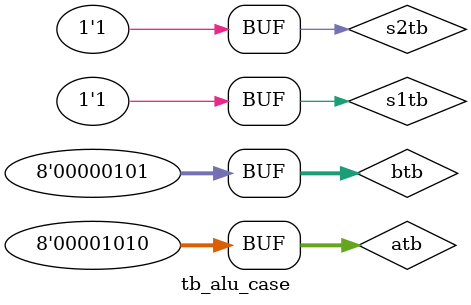
<source format=v>
`timescale 1ps/1ps
module tb_alu_case ();
    reg [7:0] atb;
    reg [7:0] btb;
    reg s1tb;
    reg s2tb;
    wire[15:0] ytb;

    alu_case duv(
        .a(atb),
        .b(btb),
        .s1(s1tb),
        .s2(s2tb),
        .y(ytb)
    );

    // Generate input randomly
    initial begin
        atb=8'b00001010;
        btb=8'b00000101;
        #1
        s1tb=0;
        s2tb=0;
        #2;
        atb=8'b00001010;
        btb=8'b00000101;
        s1tb=0;
        s2tb=1;
        #2;
        atb=8'b00001010;
        btb=8'b00000101;
        s1tb=1;
        s2tb=0;
        #2;
        atb=8'b00001010;
        btb=8'b00000101;
        s1tb=1;
        s2tb=1;
        #2;
    end

endmodule

</source>
